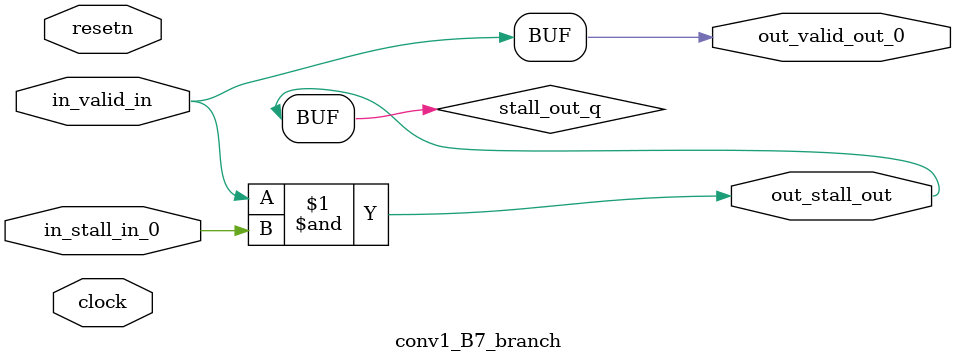
<source format=sv>



(* altera_attribute = "-name AUTO_SHIFT_REGISTER_RECOGNITION OFF; -name MESSAGE_DISABLE 10036; -name MESSAGE_DISABLE 10037; -name MESSAGE_DISABLE 14130; -name MESSAGE_DISABLE 14320; -name MESSAGE_DISABLE 15400; -name MESSAGE_DISABLE 14130; -name MESSAGE_DISABLE 10036; -name MESSAGE_DISABLE 12020; -name MESSAGE_DISABLE 12030; -name MESSAGE_DISABLE 12010; -name MESSAGE_DISABLE 12110; -name MESSAGE_DISABLE 14320; -name MESSAGE_DISABLE 13410; -name MESSAGE_DISABLE 113007; -name MESSAGE_DISABLE 10958" *)
module conv1_B7_branch (
    input wire [0:0] in_stall_in_0,
    input wire [0:0] in_valid_in,
    output wire [0:0] out_stall_out,
    output wire [0:0] out_valid_out_0,
    input wire clock,
    input wire resetn
    );

    wire [0:0] stall_out_q;


    // stall_out(LOGICAL,6)
    assign stall_out_q = in_valid_in & in_stall_in_0;

    // out_stall_out(GPOUT,4)
    assign out_stall_out = stall_out_q;

    // out_valid_out_0(GPOUT,5)
    assign out_valid_out_0 = in_valid_in;

endmodule

</source>
